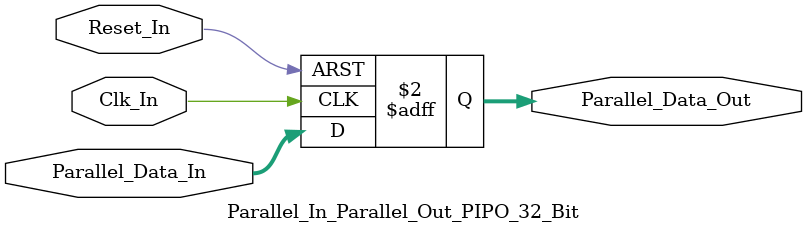
<source format=v>
/* 
Verilog Code to implement a ParParallel-In-Parallel-Out - PIPO - 32-Bit Shift Register.



Author - Prasad Narayan Ghatol
*/



module Parallel_In_Parallel_Out_PIPO_32_Bit(
    input             Clk_In,
    input             Reset_In,

    input      [31:0] Parallel_Data_In,
    output reg [31:0] Parallel_Data_Out
);



// --------------------------------------------------
// Parallel-In-Parallel-Out - PIPO - 32-Bit Shift Register Logic
// --------------------------------------------------
always @ (negedge Clk_In or posedge Reset_In)
    begin
        if (Reset_In)
            begin
                Parallel_Data_Out <= 32'b0;
            end
        else
            begin
                Parallel_Data_Out[0]  <= Parallel_Data_In[0];
                Parallel_Data_Out[1]  <= Parallel_Data_In[1];
                Parallel_Data_Out[2]  <= Parallel_Data_In[2];
                Parallel_Data_Out[3]  <= Parallel_Data_In[3];
                Parallel_Data_Out[4]  <= Parallel_Data_In[4];
                Parallel_Data_Out[5]  <= Parallel_Data_In[5];
                Parallel_Data_Out[6]  <= Parallel_Data_In[6];
                Parallel_Data_Out[7]  <= Parallel_Data_In[7];
                Parallel_Data_Out[8]  <= Parallel_Data_In[8];
                Parallel_Data_Out[9]  <= Parallel_Data_In[9];
                Parallel_Data_Out[10] <= Parallel_Data_In[10];
                Parallel_Data_Out[11] <= Parallel_Data_In[11];
                Parallel_Data_Out[12] <= Parallel_Data_In[12];
                Parallel_Data_Out[13] <= Parallel_Data_In[13];
                Parallel_Data_Out[14] <= Parallel_Data_In[14];
                Parallel_Data_Out[15] <= Parallel_Data_In[15];
                Parallel_Data_Out[16] <= Parallel_Data_In[16];
                Parallel_Data_Out[17] <= Parallel_Data_In[17];
                Parallel_Data_Out[18] <= Parallel_Data_In[18];
                Parallel_Data_Out[19] <= Parallel_Data_In[19];
                Parallel_Data_Out[20] <= Parallel_Data_In[20];
                Parallel_Data_Out[21] <= Parallel_Data_In[21];
                Parallel_Data_Out[22] <= Parallel_Data_In[22];
                Parallel_Data_Out[23] <= Parallel_Data_In[23];
                Parallel_Data_Out[24] <= Parallel_Data_In[24];
                Parallel_Data_Out[25] <= Parallel_Data_In[25];
                Parallel_Data_Out[26] <= Parallel_Data_In[26];
                Parallel_Data_Out[27] <= Parallel_Data_In[27];
                Parallel_Data_Out[28] <= Parallel_Data_In[28];
                Parallel_Data_Out[29] <= Parallel_Data_In[29];
                Parallel_Data_Out[30] <= Parallel_Data_In[30];
                Parallel_Data_Out[31] <= Parallel_Data_In[31];
            end
    end



endmodule
</source>
